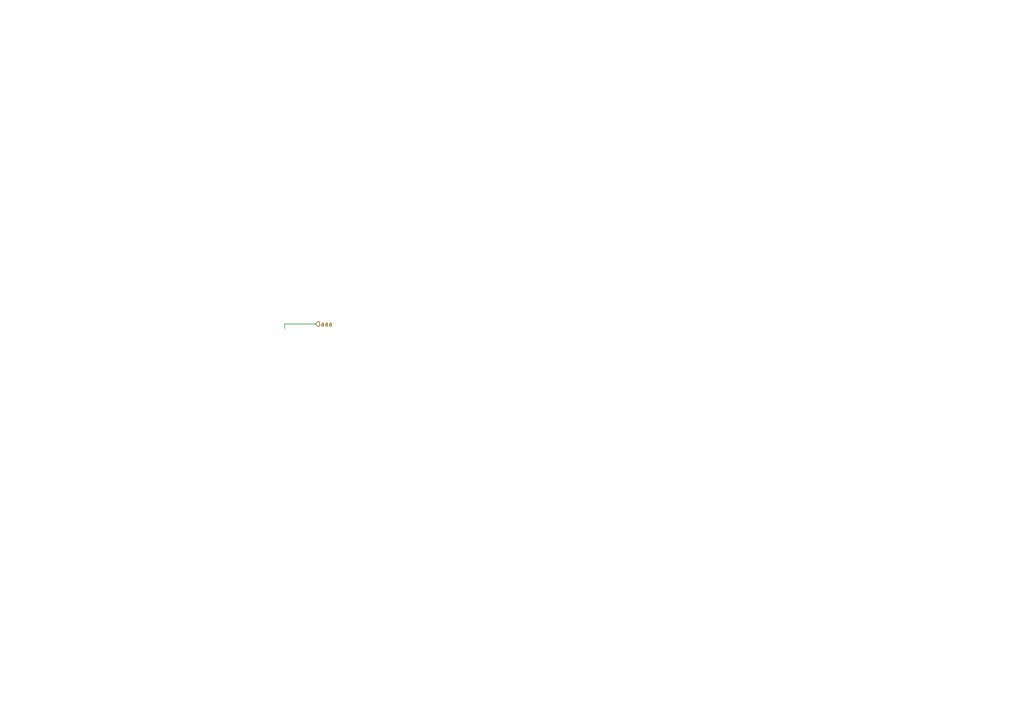
<source format=kicad_sch>
(kicad_sch
	(version 20231120)
	(generator "eeschema")
	(generator_version "8.0")
	(uuid "147ced84-98f2-4ea1-a766-3b03364bc38e")
	(paper "A4")
	(lib_symbols)
	(wire
		(pts
			(xy 91.44 93.98) (xy 82.55 93.98)
		)
		(stroke
			(width 0)
			(type default)
		)
		(uuid "e9b1fa65-706e-4a0c-bda3-7abf53d6d27f")
	)
	(wire
		(pts
			(xy 82.55 93.98) (xy 82.55 95.25)
		)
		(stroke
			(width 0)
			(type default)
		)
		(uuid "f490c1b0-e833-4b35-89ce-f1fbf759bc3f")
	)
	(hierarchical_label "aaa"
		(shape input)
		(at 91.44 93.98 0)
		(fields_autoplaced yes)
		(effects
			(font
				(size 1.27 1.27)
			)
			(justify left)
		)
		(uuid "d60effa3-820f-4a9c-a037-f7ab8a1c9949")
	)
)

</source>
